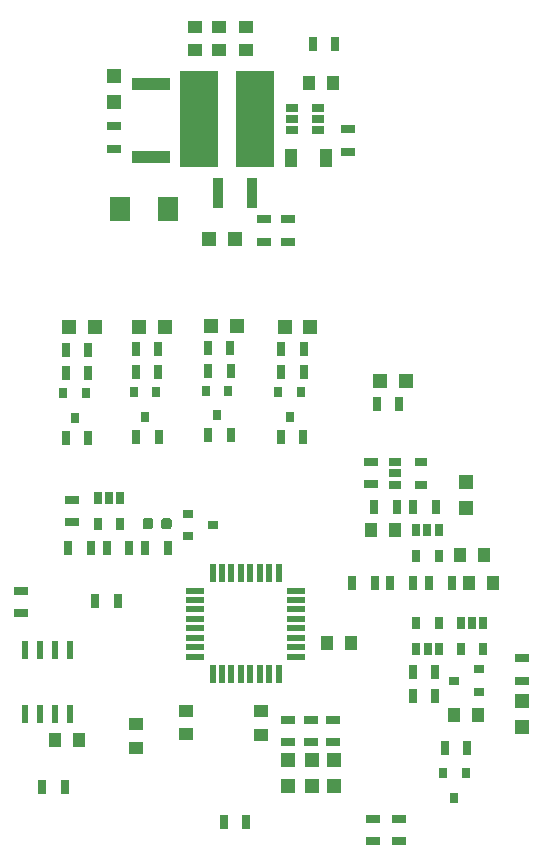
<source format=gtp>
G04 #@! TF.GenerationSoftware,KiCad,Pcbnew,5.0.2-bee76a0~70~ubuntu18.04.1*
G04 #@! TF.CreationDate,2019-02-13T21:41:43-05:00*
G04 #@! TF.ProjectId,Brakelight_Shutdown_BSPD,4272616b-656c-4696-9768-745f53687574,rev?*
G04 #@! TF.SameCoordinates,Original*
G04 #@! TF.FileFunction,Paste,Top*
G04 #@! TF.FilePolarity,Positive*
%FSLAX46Y46*%
G04 Gerber Fmt 4.6, Leading zero omitted, Abs format (unit mm)*
G04 Created by KiCad (PCBNEW 5.0.2-bee76a0~70~ubuntu18.04.1) date Wed 13 Feb 2019 09:41:43 PM EST*
%MOMM*%
%LPD*%
G01*
G04 APERTURE LIST*
%ADD10R,0.700000X1.300000*%
%ADD11R,1.000000X1.250000*%
%ADD12R,1.250000X1.000000*%
%ADD13R,1.200000X1.200000*%
%ADD14R,0.900000X2.500000*%
%ADD15R,3.300000X8.200000*%
%ADD16R,1.300000X0.700000*%
%ADD17R,1.060000X0.650000*%
%ADD18R,1.000000X1.600000*%
%ADD19R,1.778000X2.159000*%
%ADD20R,3.200000X1.000000*%
%ADD21R,1.600000X0.550000*%
%ADD22R,0.550000X1.600000*%
%ADD23R,0.900000X0.800000*%
%ADD24R,0.800000X0.900000*%
%ADD25C,2.000000*%
%ADD26C,0.875000*%
%ADD27R,0.650000X1.060000*%
%ADD28R,0.600000X1.550000*%
G04 APERTURE END LIST*
D10*
G04 #@! TO.C,R1*
X187553600Y-99364800D03*
X189453600Y-99364800D03*
G04 #@! TD*
D11*
G04 #@! TO.C,C11*
X196770500Y-36830000D03*
X194770500Y-36830000D03*
G04 #@! TD*
D12*
G04 #@! TO.C,C13*
X187134500Y-34020000D03*
X187134500Y-32020000D03*
G04 #@! TD*
G04 #@! TO.C,C12*
X189420500Y-34020000D03*
X189420500Y-32020000D03*
G04 #@! TD*
D13*
G04 #@! TO.C,D6*
X178244500Y-38438000D03*
X178244500Y-36238000D03*
G04 #@! TD*
D14*
G04 #@! TO.C,F1*
X187087000Y-46120500D03*
X189987000Y-46120500D03*
G04 #@! TD*
D15*
G04 #@! TO.C,L1*
X190183000Y-39814500D03*
X185483000Y-39814500D03*
G04 #@! TD*
D16*
G04 #@! TO.C,R10*
X190944500Y-48326000D03*
X190944500Y-50226000D03*
G04 #@! TD*
G04 #@! TO.C,R12*
X192976500Y-48326000D03*
X192976500Y-50226000D03*
G04 #@! TD*
G04 #@! TO.C,R20*
X178244500Y-42352000D03*
X178244500Y-40452000D03*
G04 #@! TD*
D17*
G04 #@! TO.C,U4*
X193337000Y-38889900D03*
X193337000Y-39839900D03*
X193337000Y-40789900D03*
X195537000Y-40789900D03*
X195537000Y-38889900D03*
X195537000Y-39839900D03*
G04 #@! TD*
D18*
G04 #@! TO.C,C7*
X193254500Y-43180000D03*
X196254500Y-43180000D03*
G04 #@! TD*
D12*
G04 #@! TO.C,C14*
X185102500Y-34020000D03*
X185102500Y-32020000D03*
G04 #@! TD*
D13*
G04 #@! TO.C,D3*
X188488500Y-50038000D03*
X186288500Y-50038000D03*
G04 #@! TD*
D19*
G04 #@! TO.C,D2*
X178752500Y-47498000D03*
X182816500Y-47498000D03*
G04 #@! TD*
D20*
G04 #@! TO.C,R19*
X181419500Y-43105000D03*
X181419500Y-36905000D03*
G04 #@! TD*
D16*
G04 #@! TO.C,R15*
X198056500Y-40706000D03*
X198056500Y-42606000D03*
G04 #@! TD*
D10*
G04 #@! TO.C,R16*
X196974500Y-33528000D03*
X195074500Y-33528000D03*
G04 #@! TD*
D12*
G04 #@! TO.C,C1*
X180086000Y-93065600D03*
X180086000Y-91065600D03*
G04 #@! TD*
D11*
G04 #@! TO.C,C2*
X196316600Y-84226400D03*
X198316600Y-84226400D03*
G04 #@! TD*
D12*
G04 #@! TO.C,C3*
X190741300Y-91973400D03*
X190741300Y-89973400D03*
G04 #@! TD*
G04 #@! TO.C,C4*
X184391300Y-91941400D03*
X184391300Y-89941400D03*
G04 #@! TD*
D11*
G04 #@! TO.C,C5*
X202041000Y-74650600D03*
X200041000Y-74650600D03*
G04 #@! TD*
G04 #@! TO.C,C6*
X207060800Y-90322400D03*
X209060800Y-90322400D03*
G04 #@! TD*
G04 #@! TO.C,C8*
X209568800Y-76758800D03*
X207568800Y-76758800D03*
G04 #@! TD*
G04 #@! TO.C,C9*
X173278800Y-92456000D03*
X175278800Y-92456000D03*
G04 #@! TD*
G04 #@! TO.C,C10*
X208321400Y-79121000D03*
X210321400Y-79121000D03*
G04 #@! TD*
D13*
G04 #@! TO.C,D1*
X208102200Y-70545600D03*
X208102200Y-72745600D03*
G04 #@! TD*
G04 #@! TO.C,D4*
X212826600Y-91346200D03*
X212826600Y-89146200D03*
G04 #@! TD*
G04 #@! TO.C,D5*
X196900800Y-94111900D03*
X196900800Y-96311900D03*
G04 #@! TD*
G04 #@! TO.C,D7*
X174472600Y-57454800D03*
X176672600Y-57454800D03*
G04 #@! TD*
G04 #@! TO.C,D8*
X194902000Y-57480200D03*
X192702000Y-57480200D03*
G04 #@! TD*
G04 #@! TO.C,D9*
X180383000Y-57480200D03*
X182583000Y-57480200D03*
G04 #@! TD*
G04 #@! TO.C,D10*
X186471200Y-57353200D03*
X188671200Y-57353200D03*
G04 #@! TD*
G04 #@! TO.C,D12*
X194995800Y-96332400D03*
X194995800Y-94132400D03*
G04 #@! TD*
G04 #@! TO.C,D13*
X193027300Y-94132400D03*
X193027300Y-96332400D03*
G04 #@! TD*
D21*
G04 #@! TO.C,IC1*
X185157800Y-79775400D03*
X185157800Y-80575400D03*
X185157800Y-81375400D03*
X185157800Y-82175400D03*
X185157800Y-82975400D03*
X185157800Y-83775400D03*
X185157800Y-84575400D03*
X185157800Y-85375400D03*
D22*
X186607800Y-86825400D03*
X187407800Y-86825400D03*
X188207800Y-86825400D03*
X189007800Y-86825400D03*
X189807800Y-86825400D03*
X190607800Y-86825400D03*
X191407800Y-86825400D03*
X192207800Y-86825400D03*
D21*
X193657800Y-85375400D03*
X193657800Y-84575400D03*
X193657800Y-83775400D03*
X193657800Y-82975400D03*
X193657800Y-82175400D03*
X193657800Y-81375400D03*
X193657800Y-80575400D03*
X193657800Y-79775400D03*
D22*
X192207800Y-78325400D03*
X191407800Y-78325400D03*
X190607800Y-78325400D03*
X189807800Y-78325400D03*
X189007800Y-78325400D03*
X188207800Y-78325400D03*
X187407800Y-78325400D03*
X186607800Y-78325400D03*
G04 #@! TD*
D23*
G04 #@! TO.C,Q1*
X207035400Y-87401400D03*
X209135400Y-86451400D03*
X209135400Y-88351400D03*
G04 #@! TD*
D24*
G04 #@! TO.C,Q2*
X207076000Y-97350000D03*
X206126000Y-95250000D03*
X208026000Y-95250000D03*
G04 #@! TD*
G04 #@! TO.C,Q3*
X175881951Y-63076371D03*
X173981951Y-63076371D03*
X174931951Y-65176371D03*
G04 #@! TD*
G04 #@! TO.C,Q4*
X194091600Y-62974800D03*
X192191600Y-62974800D03*
X193141600Y-65074800D03*
G04 #@! TD*
G04 #@! TO.C,Q5*
X181823400Y-62974800D03*
X179923400Y-62974800D03*
X180873400Y-65074800D03*
G04 #@! TD*
D23*
G04 #@! TO.C,Q6*
X184513800Y-73268800D03*
X184513800Y-75168800D03*
X186613800Y-74218800D03*
G04 #@! TD*
D24*
G04 #@! TO.C,Q7*
X186984600Y-64939600D03*
X186034600Y-62839600D03*
X187934600Y-62839600D03*
G04 #@! TD*
D16*
G04 #@! TO.C,R2*
X200025000Y-70774600D03*
X200025000Y-68874600D03*
G04 #@! TD*
D10*
G04 #@! TO.C,R3*
X176672200Y-80619600D03*
X178572200Y-80619600D03*
G04 #@! TD*
G04 #@! TO.C,R4*
X174091600Y-96393000D03*
X172191600Y-96393000D03*
G04 #@! TD*
G04 #@! TO.C,R5*
X205486000Y-72720200D03*
X203586000Y-72720200D03*
G04 #@! TD*
G04 #@! TO.C,R6*
X203560600Y-88671400D03*
X205460600Y-88671400D03*
G04 #@! TD*
G04 #@! TO.C,R7*
X202209400Y-72720200D03*
X200309400Y-72720200D03*
G04 #@! TD*
G04 #@! TO.C,R8*
X198455200Y-79095600D03*
X200355200Y-79095600D03*
G04 #@! TD*
G04 #@! TO.C,R9*
X203560600Y-86664800D03*
X205460600Y-86664800D03*
G04 #@! TD*
G04 #@! TO.C,R11*
X203565800Y-79095600D03*
X201665800Y-79095600D03*
G04 #@! TD*
G04 #@! TO.C,R13*
X206867800Y-79121000D03*
X204967800Y-79121000D03*
G04 #@! TD*
D16*
G04 #@! TO.C,R14*
X170357800Y-81683900D03*
X170357800Y-79783900D03*
G04 #@! TD*
G04 #@! TO.C,R17*
X212801200Y-87426800D03*
X212801200Y-85526800D03*
G04 #@! TD*
D10*
G04 #@! TO.C,R18*
X206248000Y-93065600D03*
X208148000Y-93065600D03*
G04 #@! TD*
G04 #@! TO.C,R21*
X176100351Y-59380671D03*
X174200351Y-59380671D03*
G04 #@! TD*
G04 #@! TO.C,R22*
X176100351Y-61374571D03*
X174200351Y-61374571D03*
G04 #@! TD*
G04 #@! TO.C,R23*
X174187651Y-66873671D03*
X176087651Y-66873671D03*
G04 #@! TD*
G04 #@! TO.C,R24*
X174401400Y-76200000D03*
X176301400Y-76200000D03*
G04 #@! TD*
D16*
G04 #@! TO.C,R25*
X174726600Y-74000400D03*
X174726600Y-72100400D03*
G04 #@! TD*
D10*
G04 #@! TO.C,R26*
X192430400Y-59334400D03*
X194330400Y-59334400D03*
G04 #@! TD*
G04 #@! TO.C,R27*
X179573000Y-76200000D03*
X177673000Y-76200000D03*
G04 #@! TD*
G04 #@! TO.C,R28*
X180126600Y-59334400D03*
X182026600Y-59334400D03*
G04 #@! TD*
G04 #@! TO.C,R29*
X192420200Y-61290200D03*
X194320200Y-61290200D03*
G04 #@! TD*
G04 #@! TO.C,R30*
X180126600Y-61290200D03*
X182026600Y-61290200D03*
G04 #@! TD*
G04 #@! TO.C,R31*
X192384600Y-66802000D03*
X194284600Y-66802000D03*
G04 #@! TD*
G04 #@! TO.C,R32*
X182052000Y-66802000D03*
X180152000Y-66802000D03*
G04 #@! TD*
D25*
G04 #@! TO.C,R33*
G36*
X182942391Y-73643253D02*
X182963626Y-73646403D01*
X182984450Y-73651619D01*
X183004662Y-73658851D01*
X183024068Y-73668030D01*
X183042481Y-73679066D01*
X183059724Y-73691854D01*
X183075630Y-73706270D01*
X183090046Y-73722176D01*
X183102834Y-73739419D01*
X183113870Y-73757832D01*
X183123049Y-73777238D01*
X183130281Y-73797450D01*
X183135497Y-73818274D01*
X183138647Y-73839509D01*
X183139700Y-73860950D01*
X183139700Y-74373450D01*
X183138647Y-74394891D01*
X183135497Y-74416126D01*
X183130281Y-74436950D01*
X183123049Y-74457162D01*
X183113870Y-74476568D01*
X183102834Y-74494981D01*
X183090046Y-74512224D01*
X183075630Y-74528130D01*
X183059724Y-74542546D01*
X183042481Y-74555334D01*
X183024068Y-74566370D01*
X183004662Y-74575549D01*
X182984450Y-74582781D01*
X182963626Y-74587997D01*
X182942391Y-74591147D01*
X182920950Y-74592200D01*
X182483450Y-74592200D01*
X182462009Y-74591147D01*
X182440774Y-74587997D01*
X182419950Y-74582781D01*
X182399738Y-74575549D01*
X182380332Y-74566370D01*
X182361919Y-74555334D01*
X182344676Y-74542546D01*
X182328770Y-74528130D01*
X182314354Y-74512224D01*
X182301566Y-74494981D01*
X182290530Y-74476568D01*
X182281351Y-74457162D01*
X182274119Y-74436950D01*
X182268903Y-74416126D01*
X182265753Y-74394891D01*
X182264700Y-74373450D01*
X182264700Y-73860950D01*
X182265753Y-73839509D01*
X182268903Y-73818274D01*
X182274119Y-73797450D01*
X182281351Y-73777238D01*
X182290530Y-73757832D01*
X182301566Y-73739419D01*
X182314354Y-73722176D01*
X182328770Y-73706270D01*
X182344676Y-73691854D01*
X182361919Y-73679066D01*
X182380332Y-73668030D01*
X182399738Y-73658851D01*
X182419950Y-73651619D01*
X182440774Y-73646403D01*
X182462009Y-73643253D01*
X182483450Y-73642200D01*
X182920950Y-73642200D01*
X182942391Y-73643253D01*
X182942391Y-73643253D01*
G37*
D26*
X182702200Y-74117200D03*
D25*
G36*
X181367391Y-73643253D02*
X181388626Y-73646403D01*
X181409450Y-73651619D01*
X181429662Y-73658851D01*
X181449068Y-73668030D01*
X181467481Y-73679066D01*
X181484724Y-73691854D01*
X181500630Y-73706270D01*
X181515046Y-73722176D01*
X181527834Y-73739419D01*
X181538870Y-73757832D01*
X181548049Y-73777238D01*
X181555281Y-73797450D01*
X181560497Y-73818274D01*
X181563647Y-73839509D01*
X181564700Y-73860950D01*
X181564700Y-74373450D01*
X181563647Y-74394891D01*
X181560497Y-74416126D01*
X181555281Y-74436950D01*
X181548049Y-74457162D01*
X181538870Y-74476568D01*
X181527834Y-74494981D01*
X181515046Y-74512224D01*
X181500630Y-74528130D01*
X181484724Y-74542546D01*
X181467481Y-74555334D01*
X181449068Y-74566370D01*
X181429662Y-74575549D01*
X181409450Y-74582781D01*
X181388626Y-74587997D01*
X181367391Y-74591147D01*
X181345950Y-74592200D01*
X180908450Y-74592200D01*
X180887009Y-74591147D01*
X180865774Y-74587997D01*
X180844950Y-74582781D01*
X180824738Y-74575549D01*
X180805332Y-74566370D01*
X180786919Y-74555334D01*
X180769676Y-74542546D01*
X180753770Y-74528130D01*
X180739354Y-74512224D01*
X180726566Y-74494981D01*
X180715530Y-74476568D01*
X180706351Y-74457162D01*
X180699119Y-74436950D01*
X180693903Y-74416126D01*
X180690753Y-74394891D01*
X180689700Y-74373450D01*
X180689700Y-73860950D01*
X180690753Y-73839509D01*
X180693903Y-73818274D01*
X180699119Y-73797450D01*
X180706351Y-73777238D01*
X180715530Y-73757832D01*
X180726566Y-73739419D01*
X180739354Y-73722176D01*
X180753770Y-73706270D01*
X180769676Y-73691854D01*
X180786919Y-73679066D01*
X180805332Y-73668030D01*
X180824738Y-73658851D01*
X180844950Y-73651619D01*
X180865774Y-73646403D01*
X180887009Y-73643253D01*
X180908450Y-73642200D01*
X181345950Y-73642200D01*
X181367391Y-73643253D01*
X181367391Y-73643253D01*
G37*
D26*
X181127200Y-74117200D03*
G04 #@! TD*
D10*
G04 #@! TO.C,R34*
X182803800Y-76200000D03*
X180903800Y-76200000D03*
G04 #@! TD*
G04 #@! TO.C,R35*
X188112400Y-59232800D03*
X186212400Y-59232800D03*
G04 #@! TD*
G04 #@! TO.C,R37*
X188137800Y-61188600D03*
X186237800Y-61188600D03*
G04 #@! TD*
G04 #@! TO.C,R39*
X186263200Y-66598800D03*
X188163200Y-66598800D03*
G04 #@! TD*
D16*
G04 #@! TO.C,R41*
X200202800Y-101000600D03*
X200202800Y-99100600D03*
G04 #@! TD*
G04 #@! TO.C,R42*
X202387200Y-100985400D03*
X202387200Y-99085400D03*
G04 #@! TD*
G04 #@! TO.C,R44*
X196837300Y-92605900D03*
X196837300Y-90705900D03*
G04 #@! TD*
G04 #@! TO.C,R45*
X194932300Y-90708400D03*
X194932300Y-92608400D03*
G04 #@! TD*
G04 #@! TO.C,R46*
X192963800Y-92608400D03*
X192963800Y-90708400D03*
G04 #@! TD*
D17*
G04 #@! TO.C,U1*
X204249200Y-68900000D03*
X204249200Y-70800000D03*
X202049200Y-70800000D03*
X202049200Y-69850000D03*
X202049200Y-68900000D03*
G04 #@! TD*
D27*
G04 #@! TO.C,U2*
X205750200Y-74617400D03*
X204800200Y-74617400D03*
X203850200Y-74617400D03*
X203850200Y-76817400D03*
X205750200Y-76817400D03*
G04 #@! TD*
D28*
G04 #@! TO.C,U3*
X170738800Y-90228400D03*
X172008800Y-90228400D03*
X173278800Y-90228400D03*
X174548800Y-90228400D03*
X174548800Y-84828400D03*
X173278800Y-84828400D03*
X172008800Y-84828400D03*
X170738800Y-84828400D03*
G04 #@! TD*
D27*
G04 #@! TO.C,U5*
X203875600Y-84683600D03*
X204825600Y-84683600D03*
X205775600Y-84683600D03*
X205775600Y-82483600D03*
X203875600Y-82483600D03*
G04 #@! TD*
G04 #@! TO.C,U6*
X209524600Y-84683600D03*
X207624600Y-84683600D03*
X207624600Y-82483600D03*
X208574600Y-82483600D03*
X209524600Y-82483600D03*
G04 #@! TD*
G04 #@! TO.C,U7*
X178808600Y-71914800D03*
X177858600Y-71914800D03*
X176908600Y-71914800D03*
X176908600Y-74114800D03*
X178808600Y-74114800D03*
G04 #@! TD*
D13*
G04 #@! TO.C,D11*
X200804600Y-62026800D03*
X203004600Y-62026800D03*
G04 #@! TD*
D10*
G04 #@! TO.C,R36*
X200497400Y-64008000D03*
X202397400Y-64008000D03*
G04 #@! TD*
M02*

</source>
